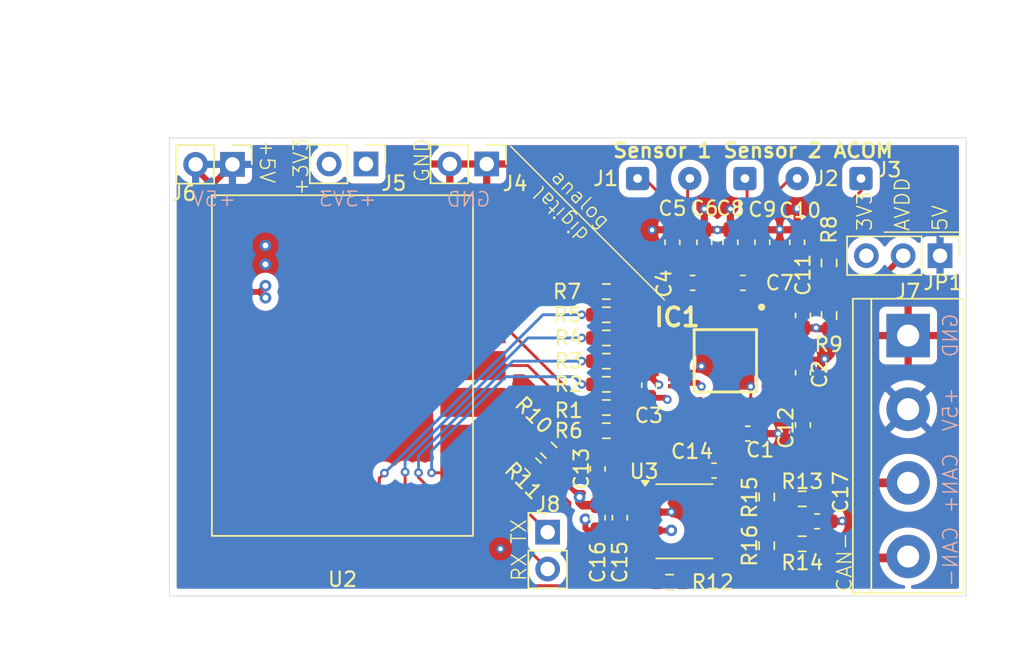
<source format=kicad_pcb>
(kicad_pcb (version 20241229) (generator "pcbnew") (generator_version "9.0")
  (layers (0 "F.Cu" signal) (4 "In1.Cu" signal) (6 "In2.Cu" signal) (2 "B.Cu" signal) (13 "F.Paste" user) (15 "B.Paste" user) (5 "F.SilkS" user "F.Silkscreen") (7 "B.SilkS" user "B.Silkscreen") (1 "F.Mask" user) (3 "B.Mask" user) (25 "Edge.Cuts" user))
  (net 0 "")
  (net 1 "/ADC/REFOUT")
  (net 2 "GND")
  (net 5 "+3V3")
  (net 6 "/ADC/AVDD")
  (net 7 "/ADC/D1N")
  (net 9 "/ADC/D1P")
  (net 12 "/ADC/D2P")
  (net 13 "Net-(IC1-~{CS})")
  (net 15 "Net-(IC1-SCLK)")
  (net 16 "/ADC/D2N")
  (net 17 "/ADC/ACOM")
  (net 19 "Net-(IC1-START{slash}SYNC)")
  (net 20 "/ADC/REFP")
  (net 21 "Net-(IC1-~{DRDY})")
  (net 22 "Net-(IC1-DIN)")
  (net 23 "Net-(IC1-DOUT{slash}~{DRDY})")
  (net 24 "Net-(IC1-~{RESET})")
  (net 26 "Net-(U3-D)")
  (net 27 "+5V")
  (net 29 "/DRDY")
  (net 30 "Net-(U3-Rs)")
  (net 31 "Net-(C17-Pad1)")
  (net 36 "/ADC/GP2")
  (net 37 "/ADC/GP1")
  (net 38 "/C_RES")
  (net 39 "/START")
  (net 44 "/CAN_TX")
  (net 45 "Net-(U3-R)")
  (net 46 "/CAN_RX")
  (net 47 "/Rs")
  (net 48 "/CAN+")
  (net 49 "/CAN-")
  (net 50 "/ADC/SPI.MISO")
  (net 51 "/ADC/SPI.MOSI")
  (net 52 "/ADC/SPI.CLK")
  (net 53 "/ADC/SPI.CS")
  (net 55 "Net-(R13-Pad1)")
  (net 56 "Net-(R14-Pad2)")
  (footprint "Capacitor_SMD:C_0603_1608Metric_Pad1.08x0.95mm_HandSolder" (layer "F.Cu") (at 143.15 80.2 -90)
    (property "Reference" "C9" (at -2.2625 0 180) (layer "F.SilkS"))
    (property "Value" "470p")
    (pad "1" smd roundrect (at -0.8625 0 270) (size 1.075 0.95) (layers "F.Cu" "F.Mask" "F.Paste") (net 2 "GND"))
    (pad "2" smd roundrect (at 0.8625 0 270) (size 1.075 0.95) (layers "F.Cu" "F.Mask" "F.Paste") (net 12 "/ADC/D2P"))
  )
  (footprint "Resistor_SMD:R_0603_1608Metric_Pad0.98x0.95mm_HandSolder" (layer "F.Cu") (at 132.4 90 180)
    (property "Reference" "R2" (at 2.6 0 0) (layer "F.SilkS"))
    (property "Value" "47")
    (pad "1" smd roundrect (at -0.9125 0 180) (size 0.975 0.95) (layers "F.Cu" "F.Mask" "F.Paste") (net 23 "Net-(IC1-DOUT{slash}~{DRDY})"))
    (pad "2" smd roundrect (at 0.9125 0 180) (size 0.975 0.95) (layers "F.Cu" "F.Mask" "F.Paste") (net 50 "/ADC/SPI.MISO"))
  )
  (footprint "Capacitor_SMD:C_0603_1608Metric_Pad1.08x0.95mm_HandSolder" (layer "F.Cu") (at 139.15 80.2 -90)
    (property "Reference" "C6" (at -2.3375 0 180) (layer "F.SilkS"))
    (property "Value" "470p")
    (pad "1" smd roundrect (at -0.8625 0 270) (size 1.075 0.95) (layers "F.Cu" "F.Mask" "F.Paste") (net 2 "GND"))
    (pad "2" smd roundrect (at 0.8625 0 270) (size 1.075 0.95) (layers "F.Cu" "F.Mask" "F.Paste") (net 9 "/ADC/D1P"))
  )
  (footprint "Capacitor_SMD:C_0603_1608Metric_Pad1.08x0.95mm_HandSolder" (layer "F.Cu") (at 139.825 95.95 180)
    (property "Reference" "C14" (at 1.525 1.325 0) (layer "F.SilkS"))
    (property "Value" "100n")
    (pad "1" smd roundrect (at -0.8625 0 180) (size 1.075 0.95) (layers "F.Cu" "F.Mask" "F.Paste") (net 30 "Net-(U3-Rs)"))
    (pad "2" smd roundrect (at 0.8625 0 180) (size 1.075 0.95) (layers "F.Cu" "F.Mask" "F.Paste") (net 2 "GND"))
  )
  (footprint "Capacitor_SMD:C_0603_1608Metric_Pad1.08x0.95mm_HandSolder" (layer "F.Cu") (at 133.325 99.2 90)
    (property "Reference" "C15" (at -3.075 0 90) (layer "F.SilkS"))
    (property "Value" "100n")
    (pad "1" smd roundrect (at -0.8625 0 90) (size 1.075 0.95) (layers "F.Cu" "F.Mask" "F.Paste") (net 5 "+3V3"))
    (pad "2" smd roundrect (at 0.8625 0 90) (size 1.075 0.95) (layers "F.Cu" "F.Mask" "F.Paste") (net 2 "GND"))
  )
  (footprint "Resistor_SMD:R_0603_1608Metric_Pad0.98x0.95mm_HandSolder" (layer "F.Cu") (at 132.4 83.6)
    (property "Reference" "R7" (at -2.7125 0 0) (layer "F.SilkS"))
    (property "Value" "47")
    (pad "1" smd roundrect (at -0.9125 0) (size 0.975 0.95) (layers "F.Cu" "F.Mask" "F.Paste") (net 39 "/START"))
    (pad "2" smd roundrect (at 0.9125 0) (size 0.975 0.95) (layers "F.Cu" "F.Mask" "F.Paste") (net 19 "Net-(IC1-START{slash}SYNC)"))
  )
  (footprint "Capacitor_SMD:C_0603_1608Metric_Pad1.08x0.95mm_HandSolder" (layer "F.Cu") (at 140.95 80.2 90)
    (property "Reference" "C8" (at 2.3375 0 180) (layer "F.SilkS"))
    (property "Value" "470p")
    (pad "1" smd roundrect (at -0.8625 0 90) (size 1.075 0.95) (layers "F.Cu" "F.Mask" "F.Paste") (net 16 "/ADC/D2N"))
    (pad "2" smd roundrect (at 0.8625 0 90) (size 1.075 0.95) (layers "F.Cu" "F.Mask" "F.Paste") (net 2 "GND"))
  )
  (footprint "Capacitor_SMD:C_0603_1608Metric_Pad1.08x0.95mm_HandSolder" (layer "F.Cu") (at 138.35 83)
    (property "Reference" "C4" (at -1.975 0.05 90) (layer "F.SilkS"))
    (property "Value" "4700p")
    (pad "1" smd roundrect (at -0.8625 0) (size 1.075 0.95) (layers "F.Cu" "F.Mask" "F.Paste") (net 7 "/ADC/D1N"))
    (pad "2" smd roundrect (at 0.8625 0) (size 1.075 0.95) (layers "F.Cu" "F.Mask" "F.Paste") (net 9 "/ADC/D1P"))
  )
  (footprint "Resistor_SMD:R_0603_1608Metric_Pad0.98x0.95mm_HandSolder" (layer "F.Cu") (at 132.4 86.8 180)
    (property "Reference" "R4" (at 2.6 0 0) (layer "F.SilkS"))
    (property "Value" "47")
    (pad "1" smd roundrect (at -0.9125 0 180) (size 0.975 0.95) (layers "F.Cu" "F.Mask" "F.Paste") (net 22 "Net-(IC1-DIN)"))
    (pad "2" smd roundrect (at 0.9125 0 180) (size 0.975 0.95) (layers "F.Cu" "F.Mask" "F.Paste") (net 51 "/ADC/SPI.MOSI"))
  )
  (footprint "Capacitor_SMD:C_0603_1608Metric_Pad1.08x0.95mm_HandSolder" (layer "F.Cu") (at 141.8125 83)
    (property "Reference" "C7" (at 2.5375 0 0) (layer "F.SilkS"))
    (property "Value" "4700p")
    (pad "1" smd roundrect (at -0.8625 0) (size 1.075 0.95) (layers "F.Cu" "F.Mask" "F.Paste") (net 16 "/ADC/D2N"))
    (pad "2" smd roundrect (at 0.8625 0) (size 1.075 0.95) (layers "F.Cu" "F.Mask" "F.Paste") (net 12 "/ADC/D2P"))
  )
  (footprint "Capacitor_SMD:C_0603_1608Metric_Pad1.08x0.95mm_HandSolder" (layer "F.Cu") (at 145.95 92.8 90)
    (property "Reference" "C12" (at -0.2 -1.175 90) (layer "F.SilkS"))
    (property "Value" "220n")
    (pad "1" smd roundrect (at -0.8625 0 90) (size 1.075 0.95) (layers "F.Cu" "F.Mask" "F.Paste") (net 2 "GND"))
    (pad "2" smd roundrect (at 0.8625 0 90) (size 1.075 0.95) (layers "F.Cu" "F.Mask" "F.Paste") (net 6 "/ADC/AVDD"))
  )
  (footprint "ADS114S08BIPBS:QFP50P700X700X120-32N" (layer "F.Cu") (at 140.6 88.375 -90)
    (property "Reference" "IC1" (at -3 3.325 180) (layer "F.SilkS") (effects (font (size 1.27 1.27) (thickness 0.254))))
    (property "Value" "ADS114S08BIPBS" (hide yes))
    (pad "1" smd rect (at -3.225 -1.75) (size 0.3 1.45) (layers "F.Cu" "F.Mask" "F.Paste") (net 17 "/ADC/ACOM"))
    (pad "2" smd rect (at -3.225 -1.25) (size 0.3 1.45) (layers "F.Cu" "F.Mask" "F.Paste") (net 36 "/ADC/GP2"))
    (pad "3" smd rect (at -3.225 -0.75) (size 0.3 1.45) (layers "F.Cu" "F.Mask" "F.Paste") (net 37 "/ADC/GP1"))
    (pad "4" smd rect (at -3.225 -0.25) (size 0.3 1.45) (layers "F.Cu" "F.Mask" "F.Paste") (net 12 "/ADC/D2P"))
    (pad "5" smd rect (at -3.225 0.25) (size 0.3 1.45) (layers "F.Cu" "F.Mask" "F.Paste") (net 16 "/ADC/D2N"))
    (pad "6" smd rect (at -3.225 0.75) (size 0.3 1.45) (layers "F.Cu" "F.Mask" "F.Paste") (net 9 "/ADC/D1P"))
    (pad "7" smd rect (at -3.225 1.25) (size 0.3 1.45) (layers "F.Cu" "F.Mask" "F.Paste") (net 7 "/ADC/D1N"))
    (pad "8" smd rect (at -3.225 1.75) (size 0.3 1.45) (layers "F.Cu" "F.Mask" "F.Paste") (net 19 "Net-(IC1-START{slash}SYNC)"))
    (pad "9" smd rect (at -1.75 3.225 270) (size 0.3 1.45) (layers "F.Cu" "F.Mask" "F.Paste") (net 13 "Net-(IC1-~{CS})"))
    (pad "10" smd rect (at -1.25 3.225 270) (size 0.3 1.45) (layers "F.Cu" "F.Mask" "F.Paste") (net 22 "Net-(IC1-DIN)"))
    (pad "11" smd rect (at -0.75 3.225 270) (size 0.3 1.45) (layers "F.Cu" "F.Mask" "F.Paste") (net 15 "Net-(IC1-SCLK)"))
    (pad "12" smd rect (at -0.25 3.225 270) (size 0.3 1.45) (layers "F.Cu" "F.Mask" "F.Paste") (net 23 "Net-(IC1-DOUT{slash}~{DRDY})"))
    (pad "13" smd rect (at 0.25 3.225 270) (size 0.3 1.45) (layers "F.Cu" "F.Mask" "F.Paste") (net 21 "Net-(IC1-~{DRDY})"))
    (pad "14" smd rect (at 0.75 3.225 270) (size 0.3 1.45) (layers "F.Cu" "F.Mask" "F.Paste") (net 2 "GND"))
    (pad "15" smd rect (at 1.25 3.225 270) (size 0.3 1.45) (layers "F.Cu" "F.Mask" "F.Paste") (net 5 "+3V3"))
    (pad "16" smd rect (at 1.75 3.225 270) (size 0.3 1.45) (layers "F.Cu" "F.Mask" "F.Paste") (net 5 "+3V3"))
    (pad "17" smd rect (at 3.225 1.75) (size 0.3 1.45) (layers "F.Cu" "F.Mask" "F.Paste"))
    (pad "18" smd rect (at 3.225 1.25) (size 0.3 1.45) (layers "F.Cu" "F.Mask" "F.Paste") (net 24 "Net-(IC1-~{RESET})"))
    (pad "19" smd rect (at 3.225 0.75) (size 0.3 1.45) (layers "F.Cu" "F.Mask" "F.Paste"))
    (pad "20" smd rect (at 3.225 0.25) (size 0.3 1.45) (layers "F.Cu" "F.Mask" "F.Paste"))
    (pad "21" smd rect (at 3.225 -0.25) (size 0.3 1.45) (layers "F.Cu" "F.Mask" "F.Paste"))
    (pad "22" smd rect (at 3.225 -0.75) (size 0.3 1.45) (layers "F.Cu" "F.Mask" "F.Paste"))
    (pad "23" smd rect (at 3.225 -1.25) (size 0.3 1.45) (layers "F.Cu" "F.Mask" "F.Paste") (net 1 "/ADC/REFOUT"))
    (pad "24" smd rect (at 3.225 -1.75) (size 0.3 1.45) (layers "F.Cu" "F.Mask" "F.Paste") (net 2 "GND"))
    (pad "25" smd rect (at 1.75 -3.225 270) (size 0.3 1.45) (layers "F.Cu" "F.Mask" "F.Paste"))
    (pad "26" smd rect (at 1.25 -3.225 270) (size 0.3 1.45) (layers "F.Cu" "F.Mask" "F.Paste") (net 6 "/ADC/AVDD"))
    (pad "27" smd rect (at 0.75 -3.225 270) (size 0.3 1.45) (layers "F.Cu" "F.Mask" "F.Paste") (net 2 "GND"))
    (pad "28" smd rect (at 0.25 -3.225 270) (size 0.3 1.45) (layers "F.Cu" "F.Mask" "F.Paste") (net 2 "GND"))
    (pad "29" smd rect (at -0.25 -3.225 270) (size 0.3 1.45) (layers "F.Cu" "F.Mask" "F.Paste") (net 2 "GND"))
    (pad "30" smd rect (at -0.75 -3.225 270) (size 0.3 1.45) (layers "F.Cu" "F.Mask" "F.Paste") (net 20 "/ADC/REFP"))
    (pad "31" smd rect (at -1.25 -3.225 270) (size 0.3 1.45) (layers "F.Cu" "F.Mask" "F.Paste"))
    (pad "32" smd rect (at -1.75 -3.225 270) (size 0.3 1.45) (layers "F.Cu" "F.Mask" "F.Paste"))
  )
  (footprint "Resistor_SMD:R_0603_1608Metric_Pad0.98x0.95mm_HandSolder" (layer "F.Cu") (at 132.4 93.2 180)
    (property "Reference" "R6" (at 2.6 0 0) (layer "F.SilkS"))
    (property "Value" "47")
    (pad "1" smd roundrect (at -0.9125 0 180) (size 0.975 0.95) (layers "F.Cu" "F.Mask" "F.Paste") (net 24 "Net-(IC1-~{RESET})"))
    (pad "2" smd roundrect (at 0.9125 0 180) (size 0.975 0.95) (layers "F.Cu" "F.Mask" "F.Paste") (net 38 "/C_RES"))
  )
  (footprint "Capacitor_SMD:C_0603_1608Metric_Pad1.08x0.95mm_HandSolder" (layer "F.Cu") (at 145.55 80.2 90)
    (property "Reference" "C10" (at 2.2 0.2 180) (layer "F.SilkS"))
    (property "Value" "470p")
    (pad "1" smd roundrect (at -0.8625 0 90) (size 1.075 0.95) (layers "F.Cu" "F.Mask" "F.Paste") (net 17 "/ADC/ACOM"))
    (pad "2" smd roundrect (at 0.8625 0 90) (size 1.075 0.95) (layers "F.Cu" "F.Mask" "F.Paste") (net 2 "GND"))
  )
  (footprint "Resistor_SMD:R_0603_1608Metric_Pad0.98x0.95mm_HandSolder" (layer "F.Cu") (at 136.75 103.65)
    (property "Reference" "R12" (at 2.975 0 0) (layer "F.SilkS"))
    (property "Value" "0/10k-100k")
    (pad "1" smd roundrect (at -0.9125 0) (size 0.975 0.95) (layers "F.Cu" "F.Mask" "F.Paste") (net 47 "/Rs"))
    (pad "2" smd roundrect (at 0.9125 0) (size 0.975 0.95) (layers "F.Cu" "F.Mask" "F.Paste") (net 30 "Net-(U3-Rs)"))
  )
  (footprint "Capacitor_SMD:C_0603_1608Metric_Pad1.08x0.95mm_HandSolder" (layer "F.Cu") (at 131.8 95.825 90)
    (property "Reference" "C13" (at 0 -1.125 90) (layer "F.SilkS"))
    (property "Value" "100n")
    (pad "1" smd roundrect (at -0.8625 0 90) (size 1.075 0.95) (layers "F.Cu" "F.Mask" "F.Paste") (net 26 "Net-(U3-D)"))
    (pad "2" smd roundrect (at 0.8625 0 90) (size 1.075 0.95) (layers "F.Cu" "F.Mask" "F.Paste") (net 2 "GND"))
  )
  (footprint "Resistor_SMD:R_0603_1608Metric_Pad0.98x0.95mm_HandSolder" (layer "F.Cu") (at 145.9 97.9)
    (property "Reference" "R13" (at 0 -1.2 180) (layer "F.SilkS"))
    (property "Value" "47")
    (pad "1" smd roundrect (at -0.9125 0) (size 0.975 0.95) (layers "F.Cu" "F.Mask" "F.Paste") (net 55 "Net-(R13-Pad1)"))
    (pad "2" smd roundrect (at 0.9125 0) (size 0.975 0.95) (layers "F.Cu" "F.Mask" "F.Paste") (net 31 "Net-(C17-Pad1)"))
  )
  (footprint "Capacitor_SMD:C_0603_1608Metric_Pad1.08x0.95mm_HandSolder" (layer "F.Cu") (at 142.15 93.4)
    (property "Reference" "C1" (at 0.85 1.125 0) (layer "F.SilkS"))
    (property "Value" "1u")
    (pad "1" smd roundrect (at -0.8625 0) (size 1.075 0.95) (layers "F.Cu" "F.Mask" "F.Paste") (net 1 "/ADC/REFOUT"))
    (pad "2" smd roundrect (at 0.8625 0) (size 1.075 0.95) (layers "F.Cu" "F.Mask" "F.Paste") (net 2 "GND"))
  )
  (footprint "Connector_PinHeader_2.54mm:PinHeader_1x03_P2.54mm_Vertical" (layer "F.Cu") (at 155.4 81.125 -90)
    (property "Reference" "JP1" (at 1.85 -0.2 180) (layer "F.SilkS"))
    (property "Value" "Jumper_3_Bridged12")
    (pad "1" thru_hole rect (at 0 0 270) (size 1.7 1.7) (drill 1) (layers "*.Cu" "*.Mask") (net 27 "+5V"))
    (pad "2" thru_hole oval (at 0 2.54 270) (size 1.7 1.7) (drill 1) (layers "*.Cu" "*.Mask") (net 6 "/ADC/AVDD"))
    (pad "3" thru_hole oval (at 0 5.08 270) (size 1.7 1.7) (drill 1) (layers "*.Cu" "*.Mask") (net 5 "+3V3"))
  )
  (footprint "customs:ESP32-S3-tiny" (layer "F.Cu") (at 123.205 98.865)
    (property "Reference" "U2" (at -9 4.59 0) (layer "F.SilkS"))
    (property "Value" "ESP32-S3-MINI-1")
    (pad "1" smd rect (at -18.01 -20.32) (size 4.5 2) (layers "F.Cu" "F.Mask" "F.Paste") (net 27 "+5V"))
    (pad "2" smd rect (at -18.01 -17.78) (size 4.5 2) (layers "F.Cu" "F.Mask" "F.Paste") (net 2 "GND"))
    (pad "3" smd rect (at -18 -15.24) (size 4.5 2) (layers "F.Cu" "F.Mask" "F.Paste") (net 5 "+3V3"))
    (pad "4" smd rect (at -18 -12.7) (size 4.5 2) (layers "F.Cu" "F.Mask" "F.Paste"))
    (pad "5" smd rect (at -18.01 -10.16) (size 4.5 2) (layers "F.Cu" "F.Mask" "F.Paste"))
    (pad "6" smd rect (at -18.01 -7.62) (size 4.5 2) (layers "F.Cu" "F.Mask" "F.Paste"))
    (pad "7" smd rect (at -18.01 -5.08) (size 4.5 2) (layers "F.Cu" "F.Mask" "F.Paste"))
    (pad "8" smd rect (at -18.01 -2.54) (size 4.5 2) (layers "F.Cu" "F.Mask" "F.Paste"))
    (pad "9" smd rect (at -18.01 0) (size 4.5 2) (layers "F.Cu" "F.Mask" "F.Paste"))
    (pad "10" smd rect (at -14.08 1.59 90) (size 4.5 2) (layers "F.Cu" "F.Mask" "F.Paste"))
    (pad "11" smd rect (at -11.54 1.59 90) (size 4.5 2) (layers "F.Cu" "F.Mask" "F.Paste"))
    (pad "12" smd rect (at -9 1.59 90) (size 4.5 2) (layers "F.Cu" "F.Mask" "F.Paste") (net 47 "/Rs"))
    (pad "13" smd rect (at -6.46 1.59 90) (size 4.5 2) (layers "F.Cu" "F.Mask" "F.Paste") (net 53 "/ADC/SPI.CS"))
    (pad "14" smd rect (at -3.92 1.59 90) (size 4.5 2) (layers "F.Cu" "F.Mask" "F.Paste") (net 51 "/ADC/SPI.MOSI"))
    (pad "15" smd rect (at 0 0 180) (size 4.5 2) (layers "F.Cu" "F.Mask" "F.Paste") (net 52 "/ADC/SPI.CLK"))
    (pad "16" smd rect (at 0 -2.54 180) (size 4.5 2) (layers "F.Cu" "F.Mask" "F.Paste") (net 50 "/ADC/SPI.MISO"))
    (pad "17" smd rect (at 0 -5.08 180) (size 4.5 2) (layers "F.Cu" "F.Mask" "F.Paste") (net 46 "/CAN_RX"))
    (pad "18" smd rect (at 0 -7.62 180) (size 4.5 2) (layers "F.Cu" "F.Mask" "F.Paste") (net 44 "/CAN_TX"))
    (pad "19" smd rect (at 0 -10.16 180) (size 4.5 2) (layers "F.Cu" "F.Mask" "F.Paste") (net 38 "/C_RES"))
    (pad "20" smd rect (at 0 -12.7 180) (size 4.5 2) (layers "F.Cu" "F.Mask" "F.Paste") (net 29 "/DRDY"))
    (pad "21" smd rect (at 0 -15.24 180) (size 4.5 2) (layers "F.Cu" "F.Mask" "F.Paste") (net 39 "/START"))
    (pad "22" smd rect (at 0 -17.78 180) (size 4.5 2) (layers "F.Cu" "F.Mask" "F.Paste"))
    (pad "23" smd rect (at 0 -20.32 180) (size 4.5 2) (layers "F.Cu" "F.Mask" "F.Paste"))
  )
  (footprint "Resistor_SMD:R_0603_1608Metric_Pad0.98x0.95mm_HandSolder" (layer "F.Cu") (at 132.4 91.6 180)
    (property "Reference" "R1" (at 2.6 -0.2 0) (layer "F.SilkS"))
    (property "Value" "47")
    (pad "1" smd roundrect (at -0.9125 0 180) (size 0.975 0.95) (layers "F.Cu" "F.Mask" "F.Paste") (net 21 "Net-(IC1-~{DRDY})"))
    (pad "2" smd roundrect (at 0.9125 0 180) (size 0.975 0.95) (layers "F.Cu" "F.Mask" "F.Paste") (net 29 "/DRDY"))
  )
  (footprint "Capacitor_SMD:C_0603_1608Metric_Pad1.08x0.95mm_HandSolder" (layer "F.Cu") (at 136.95 80.2 90)
    (property "Reference" "C5" (at 2.3375 0 180) (layer "F.SilkS"))
    (property "Value" "470p")
    (pad "1" smd roundrect (at -0.8625 0 90) (size 1.075 0.95) (layers "F.Cu" "F.Mask" "F.Paste") (net 7 "/ADC/D1N"))
    (pad "2" smd roundrect (at 0.8625 0 90) (size 1.075 0.95) (layers "F.Cu" "F.Mask" "F.Paste") (net 2 "GND"))
  )
  (footprint "Connector_Wire:SolderWire-0.1sqmm_1x01_D0.4mm_OD1mm" (layer "F.Cu") (at 149.95 75.8)
    (property "Reference" "J3" (at 1.925 -0.6 0) (layer "F.SilkS"))
    (property "Value" "ACOM")
    (pad "1" thru_hole roundrect (at 0 0) (size 1.6 1.6) (drill 0.6) (layers "*.Cu" "*.Mask") (roundrect_rratio 0.15625) (net 17 "/ADC/ACOM"))
  )
  (footprint "Connector_PinHeader_2.54mm:PinHeader_1x02_P2.54mm_Vertical" (layer "F.Cu") (at 128.35 100.2)
    (property "Reference" "J8" (at 0.025 -1.925 0) (layer "F.SilkS"))
    (property "Value" "Conn_01x02")
    (pad "1" thru_hole rect (at 0 0) (size 1.7 1.7) (drill 1) (layers "*.Cu" "*.Mask") (net 44 "/CAN_TX"))
    (pad "2" thru_hole oval (at 0 2.54) (size 1.7 1.7) (drill 1) (layers "*.Cu" "*.Mask") (net 46 "/CAN_RX"))
  )
  (footprint "Resistor_SMD:R_0603_1608Metric_Pad0.98x0.95mm_HandSolder" (layer "F.Cu") (at 128.425 94.55 -45)
    (property "Reference" "R10" (at -2.439518 -0.989949 135) (layer "F.SilkS"))
    (property "Value" "0")
    (pad "1" smd roundrect (at -0.9125 0 315) (size 0.975 0.95) (layers "F.Cu" "F.Mask" "F.Paste") (net 44 "/CAN_TX"))
    (pad "2" smd roundrect (at 0.9125 0 315) (size 0.975 0.95) (layers "F.Cu" "F.Mask" "F.Paste") (net 26 "Net-(U3-D)"))
  )
  (footprint "Connector_Wire:SolderWire-0.1sqmm_1x02_P3.6mm_D0.4mm_OD1mm" (layer "F.Cu") (at 141.95 75.8)
    (property "Reference" "J2" (at 5.6 0 0) (layer "F.SilkS"))
    (property "Value" "Sensor 2")
    (pad "1" thru_hole roundrect (at 0 0) (size 1.6 1.6) (drill 0.6) (layers "*.Cu" "*.Mask") (roundrect_rratio 0.15625) (net 16 "/ADC/D2N"))
    (pad "2" thru_hole circle (at 3.6 0) (size 1.6 1.6) (drill 0.6) (layers "*.Cu" "*.Mask") (net 12 "/ADC/D2P"))
  )
  (footprint "Resistor_SMD:R_0603_1608Metric_Pad0.98x0.95mm_HandSolder" (layer "F.Cu") (at 147.75 81.625 -90)
    (property "Reference" "R8" (at -2.3 0 90) (layer "F.SilkS"))
    (property "Value" "10k")
    (pad "1" smd roundrect (at -0.9125 0 270) (size 0.975 0.95) (layers "F.Cu" "F.Mask" "F.Paste") (net 5 "+3V3"))
    (pad "2" smd roundrect (at 0.9125 0 270) (size 0.975 0.95) (layers "F.Cu" "F.Mask" "F.Paste") (net 20 "/ADC/REFP"))
  )
  (footprint "Resistor_SMD:R_0603_1608Metric_Pad0.98x0.95mm_HandSolder" (layer "F.Cu") (at 132.4 85.2 180)
    (property "Reference" "R5" (at 2.6875 0 0) (layer "F.SilkS"))
    (property "Value" "47")
    (pad "1" smd roundrect (at -0.9125 0 180) (size 0.975 0.95) (layers "F.Cu" "F.Mask" "F.Paste") (net 13 "Net-(IC1-~{CS})"))
    (pad "2" smd roundrect (at 0.9125 0 180) (size 0.975 0.95) (layers "F.Cu" "F.Mask" "F.Paste") (net 53 "/ADC/SPI.CS"))
  )
  (footprint "Capacitor_SMD:C_0603_1608Metric_Pad1.08x0.95mm_HandSolder" (layer "F.Cu") (at 135.35 90.0625 -90)
    (property "Reference" "C3" (at 2.0875 0.025 180) (layer "F.SilkS"))
    (property "Value" "0,1u")
    (pad "1" smd roundrect (at -0.8625 0 270) (size 1.075 0.95) (layers "F.Cu" "F.Mask" "F.Paste") (net 2 "GND"))
    (pad "2" smd roundrect (at 0.8625 0 270) (size 1.075 0.95) (layers "F.Cu" "F.Mask" "F.Paste") (net 5 "+3V3"))
  )
  (footprint "Connector_PinHeader_2.54mm:PinHeader_1x02_P2.54mm_Vertical" (layer "F.Cu") (at 106.625 74.825 -90)
    (property "Reference" "J6" (at 2 3.35 0) (layer "F.SilkS"))
    (property "Value" "5V")
    (pad "1" thru_hole rect (at 0 0 270) (size 1.7 1.7) (drill 1) (layers "*.Cu" "*.Mask") (net 27 "+5V"))
    (pad "2" thru_hole oval (at 0 2.54 270) (size 1.7 1.7) (drill 1) (layers "*.Cu" "*.Mask") (net 27 "+5V"))
  )
  (footprint "Capacitor_SMD:C_0603_1608Metric_Pad1.08x0.95mm_HandSolder" (layer "F.Cu") (at 131.8 99.2 90)
    (property "Reference" "C16" (at -3.075 0 90) (layer "F.SilkS"))
    (property "Value" "22u")
    (pad "1" smd roundrect (at -0.8625 0 90) (size 1.075 0.95) (layers "F.Cu" "F.Mask" "F.Paste") (net 5 "+3V3"))
    (pad "2" smd roundrect (at 0.8625 0 90) (size 1.075 0.95) (layers "F.Cu" "F.Mask" "F.Paste") (net 2 "GND"))
  )
  (footprint "Resistor_SMD:R_0603_1608Metric_Pad0.98x0.95mm_HandSolder" (layer "F.Cu") (at 132.4 88.4 180)
    (property "Reference" "R3" (at 2.6 0 0) (layer "F.SilkS"))
    (property "Value" "47")
    (pad "1" smd roundrect (at -0.9125 0 180) (size 0.975 0.95) (layers "F.Cu" "F.Mask" "F.Paste") (net 15 "Net-(IC1-SCLK)"))
    (pad "2" smd roundrect (at 0.9125 0 180) (size 0.975 0.95) (layers "F.Cu" "F.Mask" "F.Paste") (net 52 "/ADC/SPI.CLK"))
  )
  (footprint "Connector_PinHeader_2.54mm:PinHeader_1x02_P2.54mm_Vertical" (layer "F.Cu") (at 115.825 74.8 -90)
    (property "Reference" "J5" (at 1.325 -1.925 180) (layer "F.SilkS"))
    (property "Value" "3V3")
    (pad "1" thru_hole rect (at 0 0 270) (size 1.7 1.7) (drill 1) (layers "*.Cu" "*.Mask") (net 5 "+3V3"))
    (pad "2" thru_hole oval (at 0 2.54 270) (size 1.7 1.7) (drill 1) (layers "*.Cu" "*.Mask") (net 5 "+3V3"))
  )
  (footprint "Resistor_SMD:R_0603_1608Metric_Pad0.98x0.95mm_HandSolder" (layer "F.Cu") (at 143.45 97.7725 90)
    (property "Reference" "R15" (at -0.0275 -1.175 90) (layer "F.SilkS"))
    (property "Value" "13")
    (pad "1" smd roundrect (at -0.9125 0 90) (size 0.975 0.95) (layers "F.Cu" "F.Mask" "F.Paste") (net 55 "Net-(R13-Pad1)"))
    (pad "2" smd roundrect (at 0.9125 0 90) (size 0.975 0.95) (layers "F.Cu" "F.Mask" "F.Paste") (net 48 "/CAN+"))
  )
  (footprint "TerminalBlock:TerminalBlock_bornier-4_P5.08mm" (layer "F.Cu") (at 153.2 86.635 -90)
    (property "Reference" "J7" (at -3.035 0.025 180) (layer "F.SilkS"))
    (property "Value" "Conn_01x04")
    (pad "1" thru_hole rect (at 0 0 270) (size 3 3) (drill 1.52) (layers "*.Cu" "*.Mask") (net 2 "GND"))
    (pad "2" thru_hole circle (at 5.08 0 270) (size 3 3) (drill 1.52) (layers "*.Cu" "*.Mask") (net 27 "+5V"))
    (pad "3" thru_hole circle (at 10.16 0 270) (size 3 3) (drill 1.52) (layers "*.Cu" "*.Mask") (net 48 "/CAN+"))
    (pad "4" thru_hole circle (at 15.24 0 270) (size 3 3) (drill 1.52) (layers "*.Cu" "*.Mask") (net 49 "/CAN-"))
  )
  (footprint "Connector_Wire:SolderWire-0.1sqmm_1x02_P3.6mm_D0.4mm_OD1mm" (layer "F.Cu") (at 134.55 75.8)
    (property "Reference" "J1" (at -2.2 0 0) (layer "F.SilkS"))
    (property "Value" "Sensor 1")
    (pad "1" thru_hole roundrect (at 0 0) (size 1.6 1.6) (drill 0.6) (layers "*.Cu" "*.Mask") (roundrect_rratio 0.15625) (net 7 "/ADC/D1N"))
    (pad "2" thru_hole circle (at 3.6 0) (size 1.6 1.6) (drill 0.6) (layers "*.Cu" "*.Mask") (net 9 "/ADC/D1P"))
  )
  (footprint "Connector_PinHeader_2.54mm:PinHeader_1x02_P2.54mm_Vertical" (layer "F.Cu") (at 124.15 74.8 -90)
    (property "Reference" "J4" (at 1.35 -1.95 180) (layer "F.SilkS"))
    (property "Value" "GND")
    (pad "1" thru_hole rect (at 0 0 270) (size 1.7 1.7) (drill 1) (layers "*.Cu" "*.Mask") (net 2 "GND"))
    (pad "2" thru_hole oval (at 0 2.54 270) (size 1.7 1.7) (drill 1) (layers "*.Cu" "*.Mask") (net 2 "GND"))
  )
  (footprint "Capacitor_SMD:C_0603_1608Metric_Pad1.08x0.95mm_HandSolder" (layer "F.Cu") (at 145.95 85.25 90)
    (property "Reference" "C11" (at 2.8 0 90) (layer "F.SilkS"))
    (property "Value" "4700p")
    (pad "1" smd roundrect (at -0.8625 0 90) (size 1.075 0.95) (layers "F.Cu" "F.Mask" "F.Paste") (net 2 "GND"))
    (pad "2" smd roundrect (at 0.8625 0 90) (size 1.075 0.95) (layers "F.Cu" "F.Mask" "F.Paste") (net 20 "/ADC/REFP"))
  )
  (footprint "Capacitor_SMD:C_0603_1608Metric_Pad1.08x0.95mm_HandSolder" (layer "F.Cu") (at 146.925 99.45)
    (property "Reference" "C17" (at 1.625 -2 90) (layer "F.SilkS"))
    (property "Value" "4,7n")
    (pad "1" smd roundrect (at -0.8625 0) (size 1.075 0.95) (layers "F.Cu" "F.Mask" "F.Paste") (net 31 "Net-(C17-Pad1)"))
    (pad "2" smd roundrect (at 0.8625 0) (size 1.075 0.95) (layers "F.Cu" "F.Mask" "F.Paste") (net 2 "GND"))
  )
  (footprint "Resistor_SMD:R_0603_1608Metric_Pad0.98x0.95mm_HandSolder" (layer "F.Cu") (at 143.45 101.135 -90)
    (property "Reference" "R16" (at -0.01 1.175 270) (layer "F.SilkS"))
    (property "Value" "13")
    (pad "1" smd roundrect (at -0.9125 0 270) (size 0.975 0.95) (layers "F.Cu" "F.Mask" "F.Paste") (net 56 "Net-(R14-Pad2)"))
    (pad "2" smd roundrect (at 0.9125 0 270) (size 0.975 0.95) (layers "F.Cu" "F.Mask" "F.Paste") (net 49 "/CAN-"))
  )
  (footprint "Resistor_SMD:R_0603_1608Metric_Pad0.98x0.95mm_HandSolder" (layer "F.Cu") (at 145.9 101 180)
    (property "Reference" "R14" (at 0 -1.3 0) (layer "F.SilkS"))
    (property "Value" "47")
    (pad "1" smd roundrect (at -0.9125 0 180) (size 0.975 0.95) (layers "F.Cu" "F.Mask" "F.Paste") (net 31 "Net-(C17-Pad1)"))
    (pad "2" smd roundrect (at 0.9125 0 180) (size 0.975 0.95) (layers "F.Cu" "F.Mask" "F.Paste") (net 56 "Net-(R14-Pad2)"))
  )
  (footprint "Package_SO:SOIC-8_3.9x4.9mm_P1.27mm" (layer "F.Cu") (at 137.775 99.45)
    (property "Reference" "U3" (at -2.775 -3.45 0) (layer "F.SilkS"))
    (property "Value" "SN65HVD230")
    (pad "1" smd roundrect (at -2.475 -1.905) (size 1.95 0.6) (layers "F.Cu" "F.Mask" "F.Paste") (net 26 "Net-(U3-D)"))
    (pad "2" smd roundrect (at -2.475 -0.635) (size 1.95 0.6) (layers "F.Cu" "F.Mask" "F.Paste") (net 2 "GND"))
    (pad "3" smd roundrect (at -2.475 0.635) (size 1.95 0.6) (layers "F.Cu" "F.Mask" "F.Paste") (net 5 "+3V3"))
    (pad "4" smd roundrect (at -2.475 1.905) (size 1.95 0.6) (layers "F.Cu" "F.Mask" "F.Paste") (net 45 "Net-(U3-R)"))
    (pad "5" smd roundrect (at 2.475 1.905) (size 1.95 0.6) (layers "F.Cu" "F.Mask" "F.Paste"))
    (pad "6" smd roundrect (at 2.475 0.635) (size 1.95 0.6) (layers "F.Cu" "F.Mask" "F.Paste") (net 49 "/CAN-"))
    (pad "7" smd roundrect (at 2.475 -0.635) (size 1.95 0.6) (layers "F.Cu" "F.Mask" "F.Paste") (net 48 "/CAN+"))
    (pad "8" smd roundrect (at 2.475 -1.905) (size 1.95 0.6) (layers "F.Cu" "F.Mask" "F.Paste") (net 30 "Net-(U3-Rs)"))
  )
  (footprint "Resistor_SMD:R_0603_1608Metric_Pad0.98x0.95mm_HandSolder" (layer "F.Cu") (at 147.75 85.25 -90)
    (property "Reference" "R9" (at 2 0.025 180) (layer "F.SilkS"))
    (property "Value" "10k")
    (pad "1" smd roundrect (at -0.9125 0 270) (size 0.975 0.95) (layers "F.Cu" "F.Mask" "F.Paste") (net 20 "/ADC/REFP"))
    (pad "2" smd roundrect (at 0.9125 0 270) (size 0.975 0.95) (layers "F.Cu" "F.Mask" "F.Paste") (net 2 "GND"))
  )
  (footprint "Capacitor_SMD:C_0603_1608Metric_Pad1.08x0.95mm_HandSolder" (layer "F.Cu") (at 145.95 89.2 -90)
    (property "Reference" "C2" (at 0.1 -1.15 90) (layer "F.SilkS"))
    (property "Value" "100n")
    (pad "1" smd roundrect (at -0.8625 0 270) (size 1.075 0.95) (layers "F.Cu" "F.Mask" "F.Paste") (net 2 "GND"))
    (pad "2" smd roundrect (at 0.8625 0 270) (size 1.075 0.95) (layers "F.Cu" "F.Mask" "F.Paste") (net 6 "/ADC/AVDD"))
  )
  (footprint "Resistor_SMD:R_0603_1608Metric_Pad0.98x0.95mm_HandSolder" (layer "F.Cu") (at 127.35 95.625 -45)
    (property "Reference" "R11" (at 0.247487 1.202082 135) (layer "F.SilkS"))
    (property "Value" "0")
    (pad "1" smd roundrect (at -0.9125 0 315) (size 0.975 0.95) (layers "F.Cu" "F.Mask" "F.Paste") (net 46 "/CAN_RX"))
    (pad "2" smd roundrect (at 0.9125 0 315) (size 0.975 0.95) (layers "F.Cu" "F.Mask" "F.Paste") (net 45 "Net-(U3-R)"))
  )
  (gr_line (start 136.4 84.175) (end 125.8 73.575) (stroke (width 0.1)) (layer "F.SilkS"))
  (gr_line (start 151.55 79.5) (end 156.75 79.5) (stroke (width 0.1)) (layer "F.SilkS"))
  (gr_line (start 102.275 73) (end 157.2 73) (stroke (width 0.05)) (layer "Edge.Cuts"))
  (gr_line (start 157.2 104.6) (end 102.275 104.6) (stroke (width 0.05)) (layer "Edge.Cuts"))
  (gr_line (start 157.2 73) (end 157.2 104.6) (stroke (width 0.05)) (layer "Edge.Cuts"))
  (gr_line (start 102.275 104.6) (end 102.275 73) (stroke (width 0.05)) (layer "Edge.Cuts"))
  (gr_text "3V3" (at 150.7825 79.5 90) (layer "F.SilkS") (effects (font (size 1 1) (thickness 0.1)) (justify left bottom)))
  (gr_text "AVDD" (at 153.3825 79.5 90) (layer "F.SilkS") (effects (font (size 1 1) (thickness 0.1)) (justify left bottom)))
  (gr_text "5V" (at 155.9825 79.5 90) (layer "F.SilkS") (effects (font (size 1 1) (thickness 0.1)) (justify left bottom)))
  (gr_text "CAN-" (at 149.39 104.415 90) (layer "F.SilkS") (effects (font (size 1 1) (thickness 0.1)) (justify left bottom)))
  (gr_text "+3V3" (at 111.925 77.05 90) (layer "F.SilkS") (effects (font (size 1 1) (thickness 0.1)) (justify left bottom)))
  (gr_text "RX" (at 126.975 103.65 90) (layer "F.SilkS") (effects (font (size 1 1) (thickness 0.1)) (justify left bottom)))
  (gr_text "ACOM" (at 147.95 74.45 0) (layer "F.SilkS") (effects (font (size 1 1) (thickness 0.2) (bold yes)) (justify left bottom)))
  (gr_text "digital" (at 131.4 79.575 135) (layer "F.SilkS") (effects (font (size 1 1) (thickness 0.1)) (justify left bottom)))
  (gr_text "TX" (at 126.95 101.075 90) (layer "F.SilkS") (effects (font (size 1 1) (thickness 0.1)) (justify left bottom)))
  (gr_text "Sensor 2" (at 140.35 74.45 0) (layer "F.SilkS") (effects (font (size 1 1) (thickness 0.2) (bold yes)) (justify left bottom)))
  (gr_text "+5V" (at 108.425 73.025 270) (layer "F.SilkS") (effects (font (size 1 1) (thickness 0.1)) (justify left bottom)))
  (gr_text "Sensor 1" (at 132.75 74.45 0) (layer "F.SilkS") (effects (font (size 1 1) (thickness 0.2) (bold yes)) (justify left bottom)))
  (gr_text "GND" (at 120.28 76.13 90) (layer "F.SilkS") (effects (font (size 1 1) (thickness 0.1)) (justify left bottom)))
  (gr_text "analog" (at 128.4 75.775 315) (layer "F.SilkS") (effects (font (size 1 1) (thickness 0.1)) (justify left bottom)))
  (gr_text "+3V3" (at 114.575 77.8 0) (layer "B.SilkS") (effects (font (size 1 1) (thickness 0.1)) (justify bottom mirror)))
  (gr_text "CAN-" (at 156.7 101.875 90) (layer "B.SilkS") (effects (font (size 1 1) (thickness 0.1)) (justify bottom mirror)))
  (gr_text "+5V" (at 105.35 77.8 0) (layer "B.SilkS") (effects (font (size 1 1) (thickness 0.1)) (justify bottom mirror)))
  (gr_text "GND" (at 156.7 86.625 90) (layer "B.SilkS") (effects (font (size 1 1) (thickness 0.1)) (justify bottom mirror)))
  (gr_text "+5V" (at 156.7 91.725 90) (layer "B.SilkS") (effects (font (size 1 1) (thickness 0.1)) (justify bottom mirror)))
  (gr_text "GND" (at 122.9 77.825 0) (layer "B.SilkS") (effects (font (size 1 1) (thickness 0.1)) (justify bottom mirror)))
  (gr_text "CAN+" (at 156.7 96.825 90) (layer "B.SilkS") (effects (font (size 1 1) (thickness 0.1)) (justify bottom mirror)))
  (segment (start 141.85 91.6) (end 141.85 92.8375) (width 0.2) (layer "F.Cu") (net 1))
  (segment (start 141.85 92.8375) (end 141.2875 93.4) (width 0.2) (layer "F.Cu") (net 1))
  (segment (start 130.55 98.125) (end 130.7625 98.3375) (width 0.6) (layer "F.Cu") (net 2))
  (segment (start 144.0375 88.3375) (end 143.876 88.176) (width 0.4) (layer "F.Cu") (net 2))
  (segment (start 143.0125 92.2115) (end 142.401 91.6) (width 0.4) (layer "F.Cu") (net 2))
  (segment (start 138.95 88.75) (end 138.6 89.1) (width 0.2) (layer "F.Cu") (net 2))
  (segment (start 142.35 91.6) (end 142.35 90.15) (width 0.2) (layer "F.Cu") (net 2))
  (segment (start 143.0125 93.4) (end 143.0125 92.2115) (width 0.4) (layer "F.Cu") (net 2))
  (segment (start 143.876 88.176) (end 143.825 88.176) (width 0.4) (layer "F.Cu") (net 2))
  (segment (start 108.26 81.085) (end 108.24 81.085) (width 0.6) (layer "F.Cu") (net 2))
  (segment (start 108.24 81.085) (end 108.9 80.425) (width 0.6) (layer "F.Cu") (net 2))
  (segment (start 108.9 81.725) (end 108.26 81.085) (width 0.6) (layer "F.Cu") (net 2))
  (segment (start 130.55 97.775) (end 130.55 98.125) (width 0.6) (layer "F.Cu") (net 2))
  (segment (start 135.978791 90.027674) (end 135.35 89.398883) (width 0.4) (layer "F.Cu") (net 2))
  (segment (start 144.1125 88.3375) (end 143.825 88.625) (width 0.4) (layer "F.Cu") (net 2))
  (segment (start 135.3 98.815) (end 133.8025 98.815) (width 0.6) (layer "F.Cu") (net 2))
  (segment (start 143.825 88.625) (end 143.825 89.074) (width 0.4) (layer "F.Cu") (net 2))
  (segment (start 138.6 89.1) (end 137.4 89.1) (width 0.2) (layer "F.Cu") (net 2))
  (segment (start 137.375 89.125) (end 135.425 89.125) (width 0.2) (layer "F.Cu") (net 2))
  (segment (start 130.7625 98.3375) (end 131.8 98.3375) (width 0.6) (layer "F.Cu") (net 2))
  (segment (start 144.1125 88.3375) (end 144.0375 88.3375) (width 0.4) (layer "F.Cu") (net 2))
  (segment (start 136.021004 90.027674) (end 135.978791 90.027674) (width 0.4) (layer "F.Cu") (net 2))
  (segment (start 105.195 81.085) (end 108.24 81.085) (width 0.6) (layer "F.Cu") (net 2))
  (segment (start 145.95 88.3375) (end 144.1125 88.3375) (width 0.4) (layer "F.Cu") (net 2))
  (segment (start 133.8025 98.815) (end 133.325 98.3375) (width 0.6) (layer "F.Cu") (net 2))
  (via (at 145.55 77.9) (size 0.6) (drill 0.3) (layers "F.Cu" "B.Cu") (net 2))
  (via (at 138.95 88.75) (size 0.6) (drill 0.3) (layers "F.Cu" "B.Cu") (net 2))
  (via (at 144.35 79.3) (size 0.6) (drill 0.3) (layers "F.Cu" "B.Cu") (net 2))
  (via (at 144.25 93.4) (size 0.6) (drill 0.3) (layers "F.Cu" "B.Cu") (net 2))
  (via (at 142.35 90.15) (size 0.6) (drill 0.3) (layers "F.Cu" "B.Cu") (net 2))
  (via (at 147.45 88.25) (size 0.6) (drill 0.3) (layers "F.Cu" "B.Cu") (net 2))
  (via (at 140.05 79.35) (size 0.6) (drill 0.3) (layers "F.Cu" "B.Cu") (net 2))
  (via (at 135.55 79.35) (size 0.6) (drill 0.3) (layers "F.Cu" "B.Cu") (net 2))
  (via (at 139.15 77.9) (size 0.6) (drill 0.3) (layers "F.Cu" "B.Cu") (net 2))
  (via (at 108.9 81.725) (size 0.8) (drill 0.4) (layers "F.Cu" "B.Cu") (net 2))
  (via (at 148.65 99.425) (size 0.6) (drill 0.3) (layers "F.Cu" "B.Cu") (net 2))
  (via (at 146.85 86.1) (size 0.6) (drill 0.3) (layers "F.Cu" "B.Cu") (net 2))
  (via (at 125.1 101.35) (size 0.6) (drill 0.3) (layers "F.Cu" "B.Cu") (net 2))
  (via (at 136.875 98.8) (size 0.6) (drill 0.3) (layers "F.Cu" "B.Cu") (net 2))
  (via (at 140.95 77.9) (size 0.6) (drill 0.3) (layers "F.Cu" "B.Cu") (net 2))
  (via (at 108.9 80.425) (size 0.8) (drill 0.4) (layers "F.Cu" "B.Cu") (net 2))
  (via (at 136.021004 90.027674) (size 0.6) (drill 0.3) (layers "F.Cu" "B.Cu") (net 2))
  (via (at 130.55 97.775) (size 0.8) (drill 0.4) (layers "F.Cu" "B.Cu") (net 2))
  (segment (start 137.599 89.9) (end 137.375 89.676) (width 0.4) (layer "F.Cu") (net 5))
  (segment (start 136.475 90.925) (end 136.6 91.05) (width 0.4) (layer "F.Cu") (net 5))
  (segment (start 108.875 84.025) (end 108.9 84.025) (width 0.4) (layer "F.Cu") (net 5))
  (segment (start 135.3 100.085) (end 136.865 100.085) (width 0.4) (layer "F.Cu") (net 5))
  (segment (start 105.205 83.625) (end 108.475 83.625) (width 0.4) (layer "F.Cu") (net 5))
  (segment (start 108.475 83.625) (end 108.9 83.2) (width 0.4) (layer "F.Cu") (net 5))
  (segment (start 135.3 100.085) (end 133.5025 100.085) (width 0.4) (layer "F.Cu") (net 5))
  (segment (start 108.475 83.625) (end 108.875 84.025) (width 0.4) (layer "F.Cu") (net 5))
  (segment (start 130.950945 99.935995) (end 131.07745 100.0625) (width 0.4) (layer "F.Cu") (net 5))
  (segment (start 131.07745 100.0625) (end 131.8 100.0625) (width 0.4) (layer "F.Cu") (net 5))
  (segment (start 135.35 90.925) (end 136.475 90.925) (width 0.4) (layer "F.Cu") (net 5))
  (segment (start 137.599 89.901) (end 137.375 90.125) (width 0.4) (layer "F.Cu") (net 5))
  (segment (start 136.865 100.085) (end 136.875 100.075) (width 0.4) (layer "F.Cu") (net 5))
  (segment (start 133.5025 100.085) (end 133.325 100.2625) (width 0.4) (layer "F.Cu") (net 5))
  (segment (start 137.599 89.9) (end 137.599 89.901) (width 0.4) (layer "F.Cu") (net 5))
  (segment (start 130.950945 99.304605) (end 130.950945 99.935995) (width 0.4) (layer "F.Cu") (net 5))
  (segment (start 138.7 89.9) (end 137.599 89.9) (width 0.4) (layer "F.Cu") (net 5))
  (segment (start 131.8 100.2625) (end 133.325 100.2625) (width 0.4) (layer "F.Cu") (net 5))
  (segment (start 138.95 90.15) (end 138.7 89.9) (width 0.4) (layer "F.Cu") (net 5))
  (via (at 136.875 100.075) (size 0.8) (drill 0.4) (layers "F.Cu" "B.Cu") (net 5))
  (via (at 108.9 83.2) (size 0.8) (drill 0.4) (layers "F.Cu" "B.Cu") (net 5))
  (via (at 138.95 90.15) (size 0.6) (drill 0.3) (layers "F.Cu" "B.Cu") (net 5))
  (via (at 130.950945 99.304605) (size 0.8) (drill 0.4) (layers "F.Cu" "B.Cu") (net 5))
  (via (at 136.6 91.05) (size 0.6) (drill 0.3) (layers "F.Cu" "B.Cu") (net 5))
  (via (at 108.9 84.025) (size 0.8) (drill 0.4) (layers "F.Cu" "B.Cu") (net 5))
  (segment (start 145.95 90.0625) (end 147.1125 90.0625) (width 0.4) (layer "F.Cu") (net 6))
  (segment (start 145.95 90.75) (end 145.95 90.0625) (width 0.4) (layer "F.Cu") (net 6))
  (segment (start 143.825 89.625) (end 145.5125 89.625) (width 0.2) (layer "F.Cu") (net 6))
  (segment (start 145.5125 89.625) (end 145.95 90.0625) (width 0.2) (layer "F.Cu") (net 6))
  (segment (start 147.1125 90.0625) (end 148.85 88.325) (width 0.4) (layer "F.Cu") (net 6))
  (segment (start 145.95 91.9375) (end 145.95 90.75) (width 0.4) (layer "F.Cu") (net 6))
  (segment (start 148.85 85.135) (end 152.86 81.125) (width 0.4) (layer "F.Cu") (net 6))
  (segment (start 148.85 88.325) (end 148.85 85.135) (width 0.4) (layer "F.Cu") (net 6))
  (segment (start 139.374999 84.197999) (end 139.301 84.124) (width 0.2) (layer "F.Cu") (net 7))
  (segment (start 137.417134 80.176) (end 137.825 79.768134) (width 0.2) (layer "F.Cu") (net 7))
  (segment (start 138.6115 84.124) (end 137.4875 83) (width 0.2) (layer "F.Cu") (net 7))
  (segment (start 135.025 75.8) (end 137.825 78.6) (width 0.2) (layer "F.Cu") (net 7))
  (segment (start 139.301 84.124) (end 138.6115 84.124) (width 0.2) (layer "F.Cu") (net 7))
  (segment (start 139.374999 85.125001) (end 139.374999 84.197999) (width 0.2) (layer "F.Cu") (net 7))
  (segment (start 136.95 80.65) (end 137.417134 80.182866) (width 0.2) (layer "F.Cu") (net 7))
  (segment (start 137.2 81.3125) (end 137.2 82.7125) (width 0.2) (layer "F.Cu") (net 7))
  (segment (start 137.825 79.768134) (end 137.825 78.6) (width 0.2) (layer "F.Cu") (net 7))
  (segment (start 137.417134 80.182866) (end 137.417134 80.176) (width 0.2) (layer "F.Cu") (net 7))
  (segment (start 139.2125 83) (end 139.2125 81.125) (width 0.2) (layer "F.Cu") (net 9))
  (segment (start 139.2125 83.67402) (end 139.2125 83) (width 0.2) (layer "F.Cu") (net 9))
  (segment (start 139.825001 85.125001) (end 139.825001 84.011633) (width 0.2) (layer "F.Cu") (net 9))
  (segment (start 138.226 78.4339) (end 138 78.2079) (width 0.2) (layer "F.Cu") (net 9))
  (segment (start 139.15 80.643134) (end 138.226 79.719134) (width 0.2) (layer "F.Cu") (net 9))
  (segment (start 138 78.2079) (end 138 75.95) (width 0.2) (layer "F.Cu") (net 9))
  (segment (start 138.226 79.719134) (end 138.226 78.4339) (width 0.2) (layer "F.Cu") (net 9))
  (segment (start 139.487388 83.67402) (end 139.2125 83.67402) (width 0.2) (layer "F.Cu") (net 9))
  (segment (start 139.825001 84.011633) (end 139.487388 83.67402) (width 0.2) (layer "F.Cu") (net 9))
  (segment (start 142.275 79.768134) (end 142.275 78.6) (width 0.2) (layer "F.Cu") (net 12))
  (segment (start 141.551 84.124) (end 142.675 83) (width 0.2) (layer "F.Cu") (net 12))
  (segment (start 142.275 78.6) (end 145.075 75.8) (width 0.2) (layer "F.Cu") (net 12))
  (segment (start 140.899 84.124) (end 141.551 84.124) (width 0.2) (layer "F.Cu") (net 12))
  (segment (start 143 82.675) (end 143 81.2125) (width 0.2) (layer "F.Cu") (net 12))
  (segment (start 140.825001 84.197999) (end 140.899 84.124) (width 0.2) (layer "F.Cu") (net 12))
  (segment (start 143.15 80.643134) (end 142.275 79.768134) (width 0.2) (layer "F.Cu") (net 12))
  (segment (start 140.825001 85.125001) (end 140.825001 84.197999) (width 0.2) (layer "F.Cu") (net 12))
  (segment (start 134.7375 86.625) (end 133.3125 85.2) (width 0.2) (layer "F.Cu") (net 13))
  (segment (start 137.375 86.625) (end 134.7375 86.625) (width 0.2) (layer "F.Cu") (net 13))
  (segment (start 136.349 87.526) (end 134.1865 87.526) (width 0.2) (layer "F.Cu") (net 15))
  (segment (start 136.399 87.576) (end 136.349 87.526) (width 0.2) (layer "F.Cu") (net 15))
  (segment (start 137.326 87.576) (end 136.399 87.576) (width 0.2) (layer "F.Cu") (net 15))
  (segment (start 134.1865 87.526) (end 133.3125 88.4) (width 0.2) (layer "F.Cu") (net 15))
  (segment (start 140.374999 84.011633) (end 140.712612 83.67402) (width 0.2) (layer "F.Cu") (net 16))
  (segment (start 140.374999 85.125001) (end 140.374999 84.011633) (width 0.2) (layer "F.Cu") (net 16))
  (segment (start 141.874 79.719134) (end 141.874 78.4339) (width 0.2) (layer "F.Cu") (net 16))
  (segment (start 140.712612 83.67402) (end 140.95 83.67402) (width 0.2) (layer "F.Cu") (net 16))
  (segment (start 140.95 83) (end 140.95 81.0625) (width 0.2) (layer "F.Cu") (net 16))
  (segment (start 140.95 80.643134) (end 141.874 79.719134) (width 0.2) (layer "F.Cu") (net 16))
  (segment (start 140.95 83.67402) (end 140.95 83) (width 0.2) (layer "F.Cu") (net 16))
  (segment (start 142.1 78.2079) (end 142.1 75.95) (width 0.2) (layer "F.Cu") (net 16))
  (segment (start 141.874 78.4339) (end 142.1 78.2079) (width 0.2) (layer "F.Cu") (net 16))
  (segment (start 149.95 75.8) (end 149.95 76.6625) (width 0.2) (layer "F.Cu") (net 17))
  (segment (start 145.55 81.0625) (end 145.55 81.95) (width 0.2) (layer "F.Cu") (net 17))
  (segment (start 149.95 76.6625) (end 145.55 81.0625) (width 0.2) (layer "F.Cu") (net 17))
  (segment (start 145.55 81.95) (end 142.35 85.15) (width 0.2) (layer "F.Cu") (net 17))
  (segment (start 134.8625 85.15) (end 133.3125 83.6) (width 0.2) (layer "F.Cu") (net 19))
  (segment (start 138.85 85.15) (end 134.8625 85.15) (width 0.2) (layer "F.Cu") (net 19))
  (segment (start 145 85.3375) (end 145.95 84.3875) (width 0.2) (layer "F.Cu") (net 20))
  (segment (start 143.825 87.625) (end 144.802 87.625) (width 0.2) (layer "F.Cu") (net 20))
  (segment (start 147.75 82.5375) (end 147.75 84.3375) (width 0.2) (layer "F.Cu") (net 20))
  (segment (start 145 87.427) (end 145 85.3375) (width 0.2) (layer "F.Cu") (net 20))
  (segment (start 145.9625 84.4) (end 147.6875 84.4) (width 0.2) (layer "F.Cu") (net 20))
  (segment (start 145.95 84.3875) (end 145.9625 84.4) (width 0.2) (layer "F.Cu") (net 20))
  (segment (start 147.6875 84.4) (end 147.75 84.3375) (width 0.2) (layer "F.Cu") (net 20))
  (segment (start 144.802 87.625) (end 145 87.427) (width 0.2) (layer "F.Cu") (net 20))
  (segment (start 134.574 90.3385) (end 133.3125 91.6) (width 0.2) (layer "F.Cu") (net 21))
  (segment (start 135.817134 88.3615) (end 134.882866 88.3615) (width 0.2) (layer "F.Cu") (net 21))
  (segment (start 137.375 88.625) (end 136.080634 88.625) (width 0.2) (layer "F.Cu") (net 21))
  (segment (start 134.882866 88.3615) (end 134.574 88.670366) (width 0.2) (layer "F.Cu") (net 21))
  (segment (start 134.574 88.670366) (end 134.574 90.3385) (width 0.2) (layer "F.Cu") (net 21))
  (segment (start 136.080634 88.625) (end 135.817134 88.3615) (width 0.2) (layer "F.Cu") (net 21))
  (segment (start 137.375 87.125) (end 133.6375 87.125) (width 0.2) (layer "F.Cu") (net 22))
  (segment (start 134.101 88.549) (end 134.101 88.867134) (width 0.2) (layer "F.Cu") (net 23))
  (segment (start 134.723 87.927) (end 134.101 88.549) (width 0.2) (layer "F.Cu") (net 23))
  (segment (start 136.1329 87.927) (end 134.723 87.927) (width 0.2) (layer "F.Cu") (net 23))
  (segment (start 137.326 88.076) (end 136.2819 88.076) (width 0.2) (layer "F.Cu") (net 23))
  (segment (start 136.2819 88.076) (end 136.1329 87.927) (width 0.2) (layer "F.Cu") (net 23))
  (segment (start 134.101 88.867134) (end 133.3125 89.655634) (width 0.2) (layer "F.Cu") (net 23))
  (segment (start 138.727 93.2) (end 133.3125 93.2) (width 0.2) (layer "F.Cu") (net 24))
  (segment (start 139.35 92.577) (end 138.727 93.2) (width 0.2) (layer "F.Cu") (net 24))
  (segment (start 139.35 91.6) (end 139.35 92.577) (width 0.2) (layer "F.Cu") (net 24))
  (segment (start 135.254 97.499) (end 135.3 97.545) (width 0.2) (layer "F.Cu") (net 26))
  (segment (start 131.8 96.6875) (end 132.6115 97.499) (width 0.2) (layer "F.Cu") (net 26))
  (segment (start 129.070235 95.195235) (end 130.5625 96.6875) (width 0.2) (layer "F.Cu") (net 26))
  (segment (start 130.5625 96.6875) (end 131.8 96.6875) (width 0.2) (layer "F.Cu") (net 26))
  (segment (start 132.6115 97.499) (end 135.254 97.499) (width 0.2) (layer "F.Cu") (net 26))
  (segment (start 104.085 75.135) (end 104.085 74.825) (width 0.4) (layer "F.Cu") (net 27))
  (segment (start 105.195 76.255) (end 106.625 74.825) (width 0.4) (layer "F.Cu") (net 27))
  (segment (start 105.195 76.245) (end 104.085 75.135) (width 0.4) (layer "F.Cu") (net 27))
  (segment (start 105.195 76.255) (end 105.195 76.245) (width 0.4) (layer "F.Cu") (net 27))
  (segment (start 105.195 78.545) (end 105.195 76.255) (width 0.4) (layer "F.Cu") (net 27))
  (segment (start 131 91.6) (end 125.565 86.165) (width 0.2) (layer "F.Cu") (net 29))
  (segment (start 131.4875 91.6) (end 131 91.6) (width 0.2) (layer "F.Cu") (net 29))
  (segment (start 125.565 86.165) (end 123.205 86.165) (width 0.2) (layer "F.Cu") (net 29))
  (segment (start 138.825 102.4875) (end 137.6625 103.65) (width 0.2) (layer "F.Cu") (net 30))
  (segment (start 140.25 97.545) (end 139.275001 97.545) (width 0.2) (layer "F.Cu") (net 30))
  (segment (start 140.6875 95.95) (end 140.6875 97.1075) (width 0.2) (layer "F.Cu") (net 30))
  (segment (start 138.825 97.995001) (end 138.825 102.4875) (width 0.2) (layer "F.Cu") (net 30))
  (segment (start 140.6875 97.1075) (end 140.25 97.545) (width 0.2) (layer "F.Cu") (net 30))
  (segment (start 139.275001 97.545) (end 138.825 97.995001) (width 0.2) (layer "F.Cu") (net 30))
  (segment (start 146.8125 98.7) (end 146.0625 99.45) (width 0.6) (layer "F.Cu") (net 31))
  (segment (start 146.8125 97.9) (end 146.8125 98.7) (width 0.6) (layer "F.Cu") (net 31))
  (segment (start 146.8125 100.2) (end 146.0625 99.45) (width 0.6) (layer "F.Cu") (net 31))
  (segment (start 146.8125 101) (end 146.8125 100.2) (width 0.6) (layer "F.Cu") (net 31))
  (segment (start 131.4875 93.2) (end 126.9925 88.705) (width 0.2) (layer "F.Cu") (net 38))
  (segment (start 126.9925 88.705) (end 123.205 88.705) (width 0.2) (layer "F.Cu") (net 38))
  (segment (start 131.4875 83.6) (end 123.23 83.6) (width 0.2) (layer "F.Cu") (net 39))
  (segment (start 125.12 91.245) (end 123.205 91.245) (width 0.2) (layer "F.Cu") (net 44))
  (segment (start 127.107367 96.042995) (end 127.107367 98.957367) (width 0.2) (layer "F.Cu") (net 44))
  (segment (start 127.107367 98.957367) (end 128.35 100.2) (width 0.2) (layer "F.Cu") (net 44))
  (segment (start 127.779765 93.904765) (end 127.779765 95.370597) (width 0.2) (layer "F.Cu") (net 44))
  (segment (start 127.779765 93.904765) (end 125.12 91.245) (width 0.2) (layer "F.Cu") (net 44))
  (segment (start 127.779765 95.370597) (end 127.107367 96.042995) (width 0.2) (layer "F.Cu") (net 44))
  (segment (start 129.875 98.15) (end 127.995235 96.270235) (width 0.2) (layer "F.Cu") (net 45))
  (segment (start 129.875 99.85) (end 129.875 98.15) (width 0.2) (layer "F.Cu") (net 45))
  (segment (start 135.3 101.355) (end 134.995 101.05) (width 0.2) (layer "F.Cu") (net 45))
  (segment (start 134.995 101.05) (end 131.075 101.05) (width 0.2) (layer "F.Cu") (net 45))
  (segment (start 131.075 101.05) (end 129.875 99.85) (width 0.2) (layer "F.Cu") (net 45))
  (segment (start 126.704765 94.979765) (end 126.704765 101.094765) (width 0.2) (layer "F.Cu") (net 46))
  (segment (start 123.205 93.785) (end 125.51 93.785) (width 0.2) (layer "F.Cu") (net 46))
  (segment (start 126.704765 101.094765) (end 128.35 102.74) (width 0.2) (layer "F.Cu") (net 46))
  (segment (start 125.51 93.785) (end 126.704765 94.979765) (width 0.2) (layer "F.Cu") (net 46))
  (segment (start 135.8375 103.65) (end 135.5965 103.891) (width 0.2) (layer "F.Cu") (net 47))
  (segment (start 114.205 101.705) (end 114.205 100.455) (width 0.2) (layer "F.Cu") (net 47))
  (segment (start 116.391 103.891) (end 114.205 101.705) (width 0.2) (layer "F.Cu") (net 47))
  (segment (start 135.5965 103.891) (end 116.391 103.891) (width 0.2) (layer "F.Cu") (net 47))
  (segment (start 141.495 98.815) (end 143.45 96.86) (width 0.6) (layer "F.Cu") (net 48))
  (segment (start 143.515 96.795) (end 153.095 96.795) (width 0.6) (layer "F.Cu") (net 48))
  (segment (start 140.25 98.815) (end 141.495 98.815) (width 0.6) (layer "F.Cu") (net 48))
  (segment (start 153.095 96.795) (end 153.16 96.86) (width 0.6) (layer "F.Cu") (net 48))
  (segment (start 143.45 96.86) (end 143.515 96.795) (width 0.6) (layer "F.Cu") (net 48))
  (segment (start 143.809022 101.975) (end 152.98 101.975) (width 0.6) (layer "F.Cu") (net 49))
  (segment (start 152.98 101.975) (end 153.0525 102.0475) (width 0.6) (layer "F.Cu") (net 49))
  (segment (start 141.4875 100.085) (end 143.45 102.0475) (width 0.6) (layer "F.Cu") (net 49))
  (segment (start 140.25 100.085) (end 141.4875 100.085) (width 0.6) (layer "F.Cu") (net 49))
  (segment (start 143.736522 102.0475) (end 143.809022 101.975) (width 0.6) (layer "F.Cu") (net 49))
  (segment (start 120.35 96.1) (end 122.98 96.1) (width 0.2) (layer "F.Cu") (net 50))
  (segment (start 122.98 96.1) (end 123.205 96.325) (width 0.2) (layer "F.Cu") (net 50))
  (segment (start 131.4875 90) (end 130.7 90) (width 0.2) (layer "F.Cu") (net 50))
  (via (at 120.35 96.1) (size 0.6) (drill 0.3) (layers "F.Cu" "B.Cu") (net 50))
  (via (at 130.7 90) (size 0.6) (drill 0.3) (layers "F.Cu" "B.Cu") (net 50))
  (segment (start 130.175 89.475) (end 125.4513 89.475) (width 0.2) (layer "B.Cu") (net 50))
  (segment (start 130.7 90) (end 130.175 89.475) (width 0.2) (layer "B.Cu") (net 50))
  (segment (start 120.35 94.5763) (end 120.35 96.1) (width 0.2) (layer "B.Cu") (net 50))
  (segment (start 125.4513 89.475) (end 120.35 94.5763) (width 0.2) (layer "B.Cu") (net 50))
  (segment (start 118.525 96.05) (end 118.525 99.695) (width 0.2) (layer "F.Cu") (net 51))
  (segment (start 130.7 86.8) (end 131.4875 86.8) (width 0.2) (layer "F.Cu") (net 51))
  (via (at 118.525 96.05) (size 0.6) (drill 0.3) (layers "F.Cu" "B.Cu") (net 51))
  (via (at 130.7 86.8) (size 0.6) (drill 0.3) (layers "F.Cu" "B.Cu") (net 51))
  (segment (start 118.525 96.05) (end 118.525 95.2671) (width 0.2) (layer "B.Cu") (net 51))
  (segment (start 126.9921 86.8) (end 130.7 86.8) (width 0.2) (layer "B.Cu") (net 51))
  (segment (start 118.525 95.2671) (end 126.9921 86.8) (width 0.2) (layer "B.Cu") (net 51))
  (segment (start 130.7 88.4) (end 131.4875 88.4) (width 0.2) (layer "F.Cu") (net 52))
  (segment (start 119.45 96.1) (end 119.45 96.422) (width 0.2) (layer "F.Cu") (net 52))
  (segment (start 119.45 96.422) (end 121.893 98.865) (width 0.2) (layer "F.Cu") (net 52))
  (via (at 130.7 88.4) (size 0.6) (drill 0.3) (layers "F.Cu" "B.Cu") (net 52))
  (via (at 119.45 96.1) (size 0.6) (drill 0.3) (layers "F.Cu" "B.Cu") (net 52))
  (segment (start 125.9592 88.4) (end 130.7 88.4) (width 0.2) (layer "B.Cu") (net 52))
  (segment (start 119.45 94.9092) (end 125.9592 88.4) (width 0.2) (layer "B.Cu") (net 52))
  (segment (start 119.45 96.1) (end 119.45 94.9092) (width 0.2) (layer "B.Cu") (net 52))
  (segment (start 130.7 85.2) (end 131.4875 85.2) (width 0.2) (layer "F.Cu") (net 53))
  (segment (start 116.745 96.48) (end 116.745 100.455) (width 0.2) (layer "F.Cu") (net 53))
  (segment (start 117.1 96.125) (end 116.745 96.48) (width 0.2) (layer "F.Cu") (net 53))
  (via (at 130.7 85.2) (size 0.6) (drill 0.3) (layers "F.Cu" "B.Cu") (net 53))
  (via (at 117.1 96.125) (size 0.6) (drill 0.3) (layers "F.Cu" "B.Cu") (net 53))
  (segment (start 128.025 85.2) (end 117.1 96.125) (width 0.2) (layer "B.Cu") (net 53))
  (segment (start 130.7 85.2) (end 128.025 85.2) (width 0.2) (layer "B.Cu") (net 53))
  (segment (start 143.45 98.685) (end 144.2025 98.685) (width 0.6) (layer "F.Cu") (net 55))
  (segment (start 144.2025 98.685) (end 144.9875 97.9) (width 0.6) (layer "F.Cu") (net 55))
  (segment (start 143.45 100.2225) (end 144.21 100.2225) (width 0.6) (layer "F.Cu") (net 56))
  (segment (start 144.21 100.2225) (end 144.9875 101) (width 0.6) (layer "F.Cu") (net 56))
  (zone (net 2) (net_name "GND") (layers "F.Cu" "In1.Cu") (name "GND") (connect_pads (clearance 0.5)) (min_thickness 0.25) (fill yes (thermal_gap 0.5) (thermal_bridge_width 0.5))
    (polygon (pts (xy 90.6 70.4) (xy 90.6 108) (xy 161.2 108) (xy 161.2 70.4)))
  )
  (zone (net 27) (net_name "+5V") (layer "B.Cu") (name "GND") (priority 2) (connect_pads (clearance 0.5)) (min_thickness 0.25) (fill yes (thermal_gap 0.5) (thermal_bridge_width 0.5))
    (polygon (pts (xy 161.2 70.4) (xy 90.6 70.4) (xy 90.6 108) (xy 161.2 108)))
  )
)
</source>
